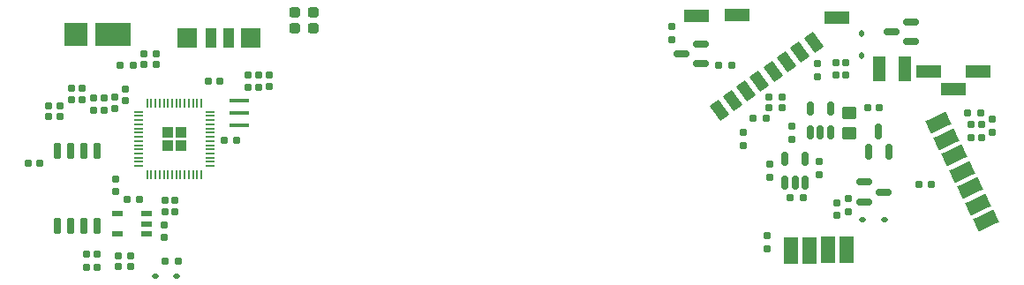
<source format=gbr>
%TF.GenerationSoftware,KiCad,Pcbnew,(7.0.0)*%
%TF.CreationDate,2023-04-17T21:08:14+08:00*%
%TF.ProjectId,opsx_x,6f707378-5f78-42e6-9b69-6361645f7063,rev?*%
%TF.SameCoordinates,Original*%
%TF.FileFunction,Paste,Top*%
%TF.FilePolarity,Positive*%
%FSLAX46Y46*%
G04 Gerber Fmt 4.6, Leading zero omitted, Abs format (unit mm)*
G04 Created by KiCad (PCBNEW (7.0.0)) date 2023-04-17 21:08:14*
%MOMM*%
%LPD*%
G01*
G04 APERTURE LIST*
G04 Aperture macros list*
%AMRoundRect*
0 Rectangle with rounded corners*
0 $1 Rounding radius*
0 $2 $3 $4 $5 $6 $7 $8 $9 X,Y pos of 4 corners*
0 Add a 4 corners polygon primitive as box body*
4,1,4,$2,$3,$4,$5,$6,$7,$8,$9,$2,$3,0*
0 Add four circle primitives for the rounded corners*
1,1,$1+$1,$2,$3*
1,1,$1+$1,$4,$5*
1,1,$1+$1,$6,$7*
1,1,$1+$1,$8,$9*
0 Add four rect primitives between the rounded corners*
20,1,$1+$1,$2,$3,$4,$5,0*
20,1,$1+$1,$4,$5,$6,$7,0*
20,1,$1+$1,$6,$7,$8,$9,0*
20,1,$1+$1,$8,$9,$2,$3,0*%
%AMRotRect*
0 Rectangle, with rotation*
0 The origin of the aperture is its center*
0 $1 length*
0 $2 width*
0 $3 Rotation angle, in degrees counterclockwise*
0 Add horizontal line*
21,1,$1,$2,0,0,$3*%
G04 Aperture macros list end*
%ADD10R,1.000001X0.599999*%
%ADD11RoundRect,0.160000X0.197500X0.160000X-0.197500X0.160000X-0.197500X-0.160000X0.197500X-0.160000X0*%
%ADD12RoundRect,0.237500X0.287500X0.237500X-0.287500X0.237500X-0.287500X-0.237500X0.287500X-0.237500X0*%
%ADD13RoundRect,0.160000X-0.197500X-0.160000X0.197500X-0.160000X0.197500X0.160000X-0.197500X0.160000X0*%
%ADD14RoundRect,0.150000X0.150000X-0.587500X0.150000X0.587500X-0.150000X0.587500X-0.150000X-0.587500X0*%
%ADD15RoundRect,0.160000X-0.160000X0.197500X-0.160000X-0.197500X0.160000X-0.197500X0.160000X0.197500X0*%
%ADD16RoundRect,0.150000X0.587500X0.150000X-0.587500X0.150000X-0.587500X-0.150000X0.587500X-0.150000X0*%
%ADD17RoundRect,0.155000X-0.212500X-0.155000X0.212500X-0.155000X0.212500X0.155000X-0.212500X0.155000X0*%
%ADD18RoundRect,0.150000X0.150000X-0.512500X0.150000X0.512500X-0.150000X0.512500X-0.150000X-0.512500X0*%
%ADD19RoundRect,0.250000X-0.450000X0.350000X-0.450000X-0.350000X0.450000X-0.350000X0.450000X0.350000X0*%
%ADD20RoundRect,0.155000X0.155000X-0.212500X0.155000X0.212500X-0.155000X0.212500X-0.155000X-0.212500X0*%
%ADD21RoundRect,0.160000X0.160000X-0.197500X0.160000X0.197500X-0.160000X0.197500X-0.160000X-0.197500X0*%
%ADD22R,1.950000X1.950000*%
%ADD23R,1.050000X1.950000*%
%ADD24RotRect,1.780000X1.060000X126.000000*%
%ADD25R,2.310000X2.310000*%
%ADD26RotRect,2.159000X1.310000X26.000000*%
%ADD27R,2.413000X1.143000*%
%ADD28R,3.500000X2.310000*%
%ADD29R,1.371600X2.540000*%
%ADD30R,1.143000X2.413000*%
%ADD31RoundRect,0.150000X-0.587500X-0.150000X0.587500X-0.150000X0.587500X0.150000X-0.587500X0.150000X0*%
%ADD32RoundRect,0.155000X-0.155000X0.212500X-0.155000X-0.212500X0.155000X-0.212500X0.155000X0.212500X0*%
%ADD33RoundRect,0.155000X0.212500X0.155000X-0.212500X0.155000X-0.212500X-0.155000X0.212500X-0.155000X0*%
%ADD34R,1.900000X0.400000*%
%ADD35RoundRect,0.112500X0.112500X-0.187500X0.112500X0.187500X-0.112500X0.187500X-0.112500X-0.187500X0*%
%ADD36RoundRect,0.112500X-0.187500X-0.112500X0.187500X-0.112500X0.187500X0.112500X-0.187500X0.112500X0*%
%ADD37RoundRect,0.150000X0.150000X-0.650000X0.150000X0.650000X-0.150000X0.650000X-0.150000X-0.650000X0*%
%ADD38RoundRect,0.250000X0.292217X-0.292217X0.292217X0.292217X-0.292217X0.292217X-0.292217X-0.292217X0*%
%ADD39RoundRect,0.050000X0.050000X-0.387500X0.050000X0.387500X-0.050000X0.387500X-0.050000X-0.387500X0*%
%ADD40RoundRect,0.050000X0.387500X-0.050000X0.387500X0.050000X-0.387500X0.050000X-0.387500X-0.050000X0*%
G04 APERTURE END LIST*
D10*
%TO.C,U2*%
X38200000Y-79944000D03*
X38200000Y-78993999D03*
X38200000Y-78044001D03*
X35450000Y-78044001D03*
X35450000Y-79944000D03*
%TD*%
D11*
%TO.C,R35*%
X46872500Y-70950000D03*
X45677500Y-70950000D03*
%TD*%
D12*
%TO.C,D6*%
X54215000Y-58674000D03*
X52465000Y-58674000D03*
%TD*%
%TO.C,D5*%
X54215000Y-60198000D03*
X52465000Y-60198000D03*
%TD*%
D13*
%TO.C,R34*%
X35724500Y-63754000D03*
X36919500Y-63754000D03*
%TD*%
D14*
%TO.C,Q3*%
X108458000Y-70182500D03*
X109408000Y-72057500D03*
X107508000Y-72057500D03*
%TD*%
D15*
%TO.C,R33*%
X102616000Y-63664500D03*
X102616000Y-64859500D03*
%TD*%
%TO.C,R32*%
X88646000Y-60108500D03*
X88646000Y-61303500D03*
%TD*%
D13*
%TO.C,R31*%
X93128500Y-63754000D03*
X94323500Y-63754000D03*
%TD*%
D16*
%TO.C,Q4*%
X91440000Y-63622000D03*
X91440000Y-61722000D03*
X89565000Y-62672000D03*
%TD*%
D15*
%TO.C,R30*%
X97790000Y-81369500D03*
X97790000Y-80174500D03*
%TD*%
D11*
%TO.C,R29*%
X41237500Y-82550000D03*
X40042500Y-82550000D03*
%TD*%
D15*
%TO.C,R27*%
X102750000Y-74257500D03*
X102750000Y-73062500D03*
%TD*%
D17*
%TO.C,C15*%
X107382500Y-67818000D03*
X108517500Y-67818000D03*
%TD*%
D18*
%TO.C,U6*%
X99475000Y-75051500D03*
X100425000Y-75051500D03*
X101375000Y-75051500D03*
X101375000Y-72776500D03*
X99475000Y-72776500D03*
%TD*%
D11*
%TO.C,R28*%
X99986500Y-76454000D03*
X101181500Y-76454000D03*
%TD*%
D15*
%TO.C,R26*%
X100100000Y-70872500D03*
X100100000Y-69677500D03*
%TD*%
%TO.C,R8*%
X98044000Y-74511500D03*
X98044000Y-73316500D03*
%TD*%
D18*
%TO.C,U5*%
X101920000Y-70225500D03*
X102870000Y-70225500D03*
X103820000Y-70225500D03*
X103820000Y-67950500D03*
X101920000Y-67950500D03*
%TD*%
D19*
%TO.C,R7*%
X105664000Y-68342000D03*
X105664000Y-70342000D03*
%TD*%
D15*
%TO.C,R10*%
X48000000Y-65897500D03*
X48000000Y-64702500D03*
%TD*%
D20*
%TO.C,C8*%
X32025000Y-67117500D03*
X32025000Y-65982500D03*
%TD*%
D13*
%TO.C,R12*%
X38002500Y-63700000D03*
X39197500Y-63700000D03*
%TD*%
D21*
%TO.C,R1*%
X33184000Y-68097500D03*
X33184000Y-66902500D03*
%TD*%
D16*
%TO.C,Q2*%
X111587500Y-61550000D03*
X111587500Y-59650000D03*
X109712500Y-60600000D03*
%TD*%
D21*
%TO.C,R25*%
X105325000Y-63527500D03*
X105325000Y-64722500D03*
%TD*%
D22*
%TO.C,sx1*%
X42085399Y-61173499D03*
X48232199Y-61160799D03*
D23*
X44447599Y-61160799D03*
D24*
X95735063Y-66269481D03*
D23*
X46098599Y-61135399D03*
D24*
X97029490Y-65329024D03*
D25*
X31483593Y-60801427D03*
D24*
X102207199Y-61567199D03*
D26*
X117243999Y-75587999D03*
D24*
X93146208Y-68150394D03*
D26*
X116476849Y-74015109D03*
D27*
X113250917Y-64393880D03*
X115577599Y-66077599D03*
D24*
X99618344Y-63448112D03*
X98323917Y-64388568D03*
D27*
X117955199Y-64361199D03*
D28*
X35024199Y-60830599D03*
D24*
X100912771Y-62507655D03*
D27*
X90939702Y-59027677D03*
X94901999Y-58990999D03*
D26*
X118011148Y-77160889D03*
D29*
X100038343Y-81536678D03*
X101816343Y-81536678D03*
D26*
X118778298Y-78733778D03*
X114175401Y-69296441D03*
X114942550Y-70869330D03*
D29*
X103578799Y-81531599D03*
X105356799Y-81531599D03*
D30*
X108502280Y-64147999D03*
X110959399Y-64147999D03*
D27*
X104456286Y-59242830D03*
D24*
X94440635Y-67209937D03*
D26*
X115709700Y-72442220D03*
%TD*%
D31*
%TO.C,Q1*%
X107037500Y-75000000D03*
X107037500Y-76900000D03*
X108912500Y-75950000D03*
%TD*%
D11*
%TO.C,R15*%
X97625500Y-68834000D03*
X96430500Y-68834000D03*
%TD*%
D32*
%TO.C,C4*%
X39884000Y-79132500D03*
X39884000Y-80267500D03*
%TD*%
D33*
%TO.C,C14*%
X28017500Y-73150000D03*
X26882500Y-73150000D03*
%TD*%
D20*
%TO.C,C6*%
X31025000Y-67092500D03*
X31025000Y-65957500D03*
%TD*%
D15*
%TO.C,R16*%
X95504000Y-71463500D03*
X95504000Y-70268500D03*
%TD*%
D20*
%TO.C,C2*%
X50000000Y-64707500D03*
X50000000Y-65842500D03*
%TD*%
D11*
%TO.C,R6*%
X36700000Y-83100000D03*
X35505000Y-83100000D03*
%TD*%
D13*
%TO.C,R14*%
X97954500Y-67818000D03*
X99149500Y-67818000D03*
%TD*%
D17*
%TO.C,C10*%
X44136500Y-65278000D03*
X45271500Y-65278000D03*
%TD*%
D21*
%TO.C,R23*%
X105500000Y-77813500D03*
X105500000Y-76618500D03*
%TD*%
D34*
%TO.C,Y1*%
X47099999Y-69549999D03*
X47099999Y-68349999D03*
X47099999Y-67149999D03*
%TD*%
D35*
%TO.C,D4*%
X106825000Y-62850000D03*
X106825000Y-60750000D03*
%TD*%
D15*
%TO.C,R18*%
X119380000Y-68998500D03*
X119380000Y-70193500D03*
%TD*%
D13*
%TO.C,R5*%
X35505000Y-82100000D03*
X36700000Y-82100000D03*
%TD*%
D15*
%TO.C,R19*%
X117332000Y-69504000D03*
X117332000Y-70699000D03*
%TD*%
D21*
%TO.C,R9*%
X49025000Y-64702500D03*
X49025000Y-65897500D03*
%TD*%
D13*
%TO.C,R17*%
X118199500Y-68326000D03*
X117004500Y-68326000D03*
%TD*%
D33*
%TO.C,C12*%
X29967500Y-67700000D03*
X28832500Y-67700000D03*
%TD*%
D36*
%TO.C,D3*%
X106925000Y-78600000D03*
X109025000Y-78600000D03*
%TD*%
%TO.C,D1*%
X39050000Y-84000000D03*
X41150000Y-84000000D03*
%TD*%
D15*
%TO.C,R24*%
X104325000Y-63552500D03*
X104325000Y-64747500D03*
%TD*%
D37*
%TO.C,U3*%
X29695000Y-79200000D03*
X30965000Y-79200000D03*
X32235000Y-79200000D03*
X33505000Y-79200000D03*
X33505000Y-72000000D03*
X32235000Y-72000000D03*
X30965000Y-72000000D03*
X29695000Y-72000000D03*
%TD*%
D32*
%TO.C,C7*%
X35250000Y-74732500D03*
X35250000Y-75867500D03*
%TD*%
D20*
%TO.C,C1*%
X35175000Y-67967500D03*
X35175000Y-66832500D03*
%TD*%
D21*
%TO.C,R2*%
X34200000Y-68097500D03*
X34200000Y-66902500D03*
%TD*%
D13*
%TO.C,R21*%
X112330000Y-75184000D03*
X113525000Y-75184000D03*
%TD*%
%TO.C,R11*%
X38002500Y-62700000D03*
X39197500Y-62700000D03*
%TD*%
D21*
%TO.C,R4*%
X33528000Y-83147500D03*
X33528000Y-81952500D03*
%TD*%
D11*
%TO.C,R13*%
X99149500Y-66802000D03*
X97954500Y-66802000D03*
%TD*%
D33*
%TO.C,C3*%
X29967500Y-68700000D03*
X28832500Y-68700000D03*
%TD*%
D21*
%TO.C,R20*%
X118364000Y-70701500D03*
X118364000Y-69506500D03*
%TD*%
D32*
%TO.C,C9*%
X40000000Y-76732500D03*
X40000000Y-77867500D03*
%TD*%
D20*
%TO.C,C13*%
X36175000Y-67192500D03*
X36175000Y-66057500D03*
%TD*%
D33*
%TO.C,C5*%
X37517500Y-76700000D03*
X36382500Y-76700000D03*
%TD*%
D38*
%TO.C,U1*%
X40250000Y-71500000D03*
X41525000Y-71500000D03*
X40250000Y-70225000D03*
X41525000Y-70225000D03*
D39*
X38287500Y-74300000D03*
X38687500Y-74300000D03*
X39087500Y-74300000D03*
X39487500Y-74300000D03*
X39887500Y-74300000D03*
X40287500Y-74300000D03*
X40687500Y-74300000D03*
X41087500Y-74300000D03*
X41487500Y-74300000D03*
X41887500Y-74300000D03*
X42287500Y-74300000D03*
X42687500Y-74300000D03*
X43087500Y-74300000D03*
X43487500Y-74300000D03*
D40*
X44325000Y-73462500D03*
X44325000Y-73062500D03*
X44325000Y-72662500D03*
X44325000Y-72262500D03*
X44325000Y-71862500D03*
X44325000Y-71462500D03*
X44325000Y-71062500D03*
X44325000Y-70662500D03*
X44325000Y-70262500D03*
X44325000Y-69862500D03*
X44325000Y-69462500D03*
X44325000Y-69062500D03*
X44325000Y-68662500D03*
X44325000Y-68262500D03*
D39*
X43487500Y-67425000D03*
X43087500Y-67425000D03*
X42687500Y-67425000D03*
X42287500Y-67425000D03*
X41887500Y-67425000D03*
X41487500Y-67425000D03*
X41087500Y-67425000D03*
X40687500Y-67425000D03*
X40287500Y-67425000D03*
X39887500Y-67425000D03*
X39487500Y-67425000D03*
X39087500Y-67425000D03*
X38687500Y-67425000D03*
X38287500Y-67425000D03*
D40*
X37450000Y-68262500D03*
X37450000Y-68662500D03*
X37450000Y-69062500D03*
X37450000Y-69462500D03*
X37450000Y-69862500D03*
X37450000Y-70262500D03*
X37450000Y-70662500D03*
X37450000Y-71062500D03*
X37450000Y-71462500D03*
X37450000Y-71862500D03*
X37450000Y-72262500D03*
X37450000Y-72662500D03*
X37450000Y-73062500D03*
X37450000Y-73462500D03*
%TD*%
D21*
%TO.C,R3*%
X32512000Y-83147500D03*
X32512000Y-81952500D03*
%TD*%
%TO.C,R22*%
X104475000Y-78163500D03*
X104475000Y-76968500D03*
%TD*%
D32*
%TO.C,C11*%
X40975000Y-76732500D03*
X40975000Y-77867500D03*
%TD*%
M02*

</source>
